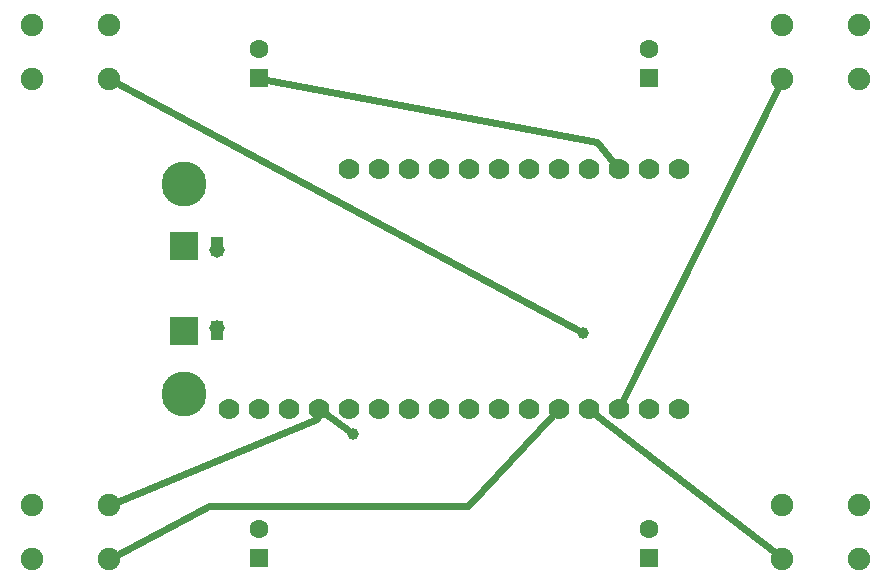
<source format=gbl>
G04 MADE WITH FRITZING*
G04 WWW.FRITZING.ORG*
G04 DOUBLE SIDED*
G04 HOLES PLATED*
G04 CONTOUR ON CENTER OF CONTOUR VECTOR*
%ASAXBY*%
%FSLAX23Y23*%
%MOIN*%
%OFA0B0*%
%SFA1.0B1.0*%
%ADD10C,0.070000*%
%ADD11C,0.095000*%
%ADD12C,0.149999*%
%ADD13C,0.051496*%
%ADD14C,0.062992*%
%ADD15C,0.075000*%
%ADD16C,0.039370*%
%ADD17R,0.095000X0.095000*%
%ADD18R,0.062992X0.062992*%
%ADD19C,0.024000*%
%ADD20R,0.001000X0.001000*%
%LNCOPPER0*%
G90*
G70*
G54D10*
X1644Y1533D03*
X1744Y733D03*
X944Y733D03*
X2444Y1533D03*
G54D11*
X795Y992D03*
G54D10*
X1344Y733D03*
X2144Y733D03*
X2044Y1533D03*
G54D12*
X794Y1483D03*
G54D10*
X1144Y733D03*
X1544Y733D03*
X1944Y733D03*
X2344Y733D03*
X2244Y1533D03*
X1844Y1533D03*
X1444Y1533D03*
G54D13*
X905Y1003D03*
G54D10*
X1044Y733D03*
X1244Y733D03*
X1444Y733D03*
X1644Y733D03*
X1844Y733D03*
X2044Y733D03*
X2244Y733D03*
X2444Y733D03*
X2344Y1533D03*
X2144Y1533D03*
X1944Y1533D03*
X1744Y1533D03*
X1544Y1533D03*
X1344Y1533D03*
G54D12*
X794Y783D03*
G54D13*
X905Y1263D03*
G54D11*
X795Y1275D03*
G54D14*
X1044Y1835D03*
X1044Y1933D03*
X2344Y1835D03*
X2344Y1933D03*
X2344Y235D03*
X2344Y333D03*
X1044Y235D03*
X1044Y333D03*
G54D15*
X544Y233D03*
X289Y233D03*
X544Y411D03*
X289Y411D03*
X3044Y233D03*
X2789Y233D03*
X3044Y411D03*
X2789Y411D03*
X3044Y1833D03*
X2789Y1833D03*
X3044Y2011D03*
X2789Y2011D03*
X544Y1833D03*
X289Y1833D03*
X544Y2011D03*
X289Y2011D03*
G54D16*
X2124Y986D03*
X1356Y650D03*
G54D17*
X795Y992D03*
X795Y1275D03*
G54D18*
X1044Y1835D03*
X2344Y1835D03*
X2344Y235D03*
X1044Y235D03*
G54D19*
X1071Y1830D02*
X2172Y1622D01*
X2172Y1622D02*
X2225Y1557D01*
D02*
X2776Y1808D02*
X2258Y761D01*
D02*
X2766Y251D02*
X2169Y714D01*
D02*
X2023Y711D02*
X1740Y410D01*
X1740Y410D02*
X876Y410D01*
X876Y410D02*
X570Y247D01*
D02*
X570Y1820D02*
X2107Y995D01*
D02*
X1237Y703D02*
X1236Y698D01*
X1236Y698D02*
X571Y421D01*
D02*
X1341Y662D02*
X1269Y715D01*
G54D20*
X884Y1305D02*
X924Y1305D01*
X884Y1304D02*
X925Y1304D01*
X884Y1303D02*
X925Y1303D01*
X884Y1302D02*
X925Y1302D01*
X884Y1301D02*
X925Y1301D01*
X884Y1300D02*
X925Y1300D01*
X884Y1299D02*
X925Y1299D01*
X884Y1298D02*
X925Y1298D01*
X884Y1297D02*
X925Y1297D01*
X884Y1296D02*
X925Y1296D01*
X884Y1295D02*
X925Y1295D01*
X884Y1294D02*
X925Y1294D01*
X884Y1293D02*
X925Y1293D01*
X884Y1292D02*
X925Y1292D01*
X884Y1291D02*
X925Y1291D01*
X884Y1290D02*
X925Y1290D01*
X884Y1289D02*
X925Y1289D01*
X884Y1288D02*
X925Y1288D01*
X884Y1287D02*
X925Y1287D01*
X884Y1286D02*
X925Y1286D01*
X884Y1285D02*
X925Y1285D01*
X884Y1284D02*
X900Y1284D01*
X909Y1284D02*
X925Y1284D01*
X884Y1283D02*
X897Y1283D01*
X912Y1283D02*
X925Y1283D01*
X884Y1282D02*
X894Y1282D01*
X914Y1282D02*
X925Y1282D01*
X884Y1281D02*
X893Y1281D01*
X916Y1281D02*
X925Y1281D01*
X884Y1280D02*
X891Y1280D01*
X917Y1280D02*
X925Y1280D01*
X884Y1279D02*
X890Y1279D01*
X919Y1279D02*
X925Y1279D01*
X884Y1278D02*
X889Y1278D01*
X920Y1278D02*
X925Y1278D01*
X884Y1277D02*
X888Y1277D01*
X921Y1277D02*
X925Y1277D01*
X884Y1276D02*
X887Y1276D01*
X921Y1276D02*
X925Y1276D01*
X884Y1275D02*
X886Y1275D01*
X922Y1275D02*
X925Y1275D01*
X884Y1274D02*
X886Y1274D01*
X923Y1274D02*
X925Y1274D01*
X884Y1273D02*
X885Y1273D01*
X923Y1273D02*
X925Y1273D01*
X884Y1272D02*
X885Y1272D01*
X924Y1272D02*
X925Y1272D01*
X884Y1271D02*
X884Y1271D01*
X924Y1271D02*
X925Y1271D01*
X884Y1270D02*
X884Y1270D01*
X924Y1270D02*
X925Y1270D01*
X884Y1269D02*
X884Y1269D01*
X925Y1269D02*
X925Y1269D01*
X884Y1259D02*
X884Y1259D01*
X925Y1259D02*
X925Y1259D01*
X884Y1258D02*
X884Y1258D01*
X925Y1258D02*
X925Y1258D01*
X884Y1257D02*
X884Y1257D01*
X924Y1257D02*
X925Y1257D01*
X884Y1256D02*
X885Y1256D01*
X924Y1256D02*
X925Y1256D01*
X884Y1255D02*
X885Y1255D01*
X924Y1255D02*
X925Y1255D01*
X884Y1254D02*
X886Y1254D01*
X923Y1254D02*
X925Y1254D01*
X884Y1253D02*
X886Y1253D01*
X923Y1253D02*
X925Y1253D01*
X884Y1252D02*
X887Y1252D01*
X922Y1252D02*
X925Y1252D01*
X884Y1251D02*
X887Y1251D01*
X921Y1251D02*
X925Y1251D01*
X884Y1250D02*
X888Y1250D01*
X920Y1250D02*
X925Y1250D01*
X884Y1249D02*
X889Y1249D01*
X919Y1249D02*
X925Y1249D01*
X884Y1248D02*
X890Y1248D01*
X918Y1248D02*
X925Y1248D01*
X884Y1247D02*
X891Y1247D01*
X917Y1247D02*
X925Y1247D01*
X884Y1246D02*
X893Y1246D01*
X916Y1246D02*
X925Y1246D01*
X884Y1245D02*
X895Y1245D01*
X914Y1245D02*
X925Y1245D01*
X884Y1244D02*
X897Y1244D01*
X911Y1244D02*
X925Y1244D01*
X884Y1243D02*
X899Y1243D01*
X909Y1243D02*
X924Y1243D01*
X884Y1024D02*
X899Y1024D01*
X909Y1024D02*
X925Y1024D01*
X884Y1023D02*
X896Y1023D01*
X913Y1023D02*
X925Y1023D01*
X884Y1022D02*
X894Y1022D01*
X915Y1022D02*
X925Y1022D01*
X884Y1021D02*
X892Y1021D01*
X916Y1021D02*
X925Y1021D01*
X884Y1020D02*
X891Y1020D01*
X918Y1020D02*
X925Y1020D01*
X884Y1019D02*
X890Y1019D01*
X919Y1019D02*
X925Y1019D01*
X884Y1018D02*
X889Y1018D01*
X920Y1018D02*
X925Y1018D01*
X884Y1017D02*
X888Y1017D01*
X921Y1017D02*
X925Y1017D01*
X884Y1016D02*
X887Y1016D01*
X922Y1016D02*
X925Y1016D01*
X884Y1015D02*
X886Y1015D01*
X922Y1015D02*
X925Y1015D01*
X884Y1014D02*
X886Y1014D01*
X923Y1014D02*
X925Y1014D01*
X884Y1013D02*
X885Y1013D01*
X923Y1013D02*
X925Y1013D01*
X884Y1012D02*
X885Y1012D01*
X924Y1012D02*
X925Y1012D01*
X884Y1011D02*
X884Y1011D01*
X924Y1011D02*
X925Y1011D01*
X884Y1010D02*
X884Y1010D01*
X924Y1010D02*
X925Y1010D01*
X884Y1009D02*
X884Y1009D01*
X925Y1009D02*
X925Y1009D01*
X884Y999D02*
X884Y999D01*
X925Y999D02*
X925Y999D01*
X884Y998D02*
X884Y998D01*
X925Y998D02*
X925Y998D01*
X884Y997D02*
X884Y997D01*
X924Y997D02*
X925Y997D01*
X884Y996D02*
X885Y996D01*
X924Y996D02*
X925Y996D01*
X884Y995D02*
X885Y995D01*
X924Y995D02*
X925Y995D01*
X884Y994D02*
X886Y994D01*
X923Y994D02*
X925Y994D01*
X884Y993D02*
X886Y993D01*
X922Y993D02*
X925Y993D01*
X884Y992D02*
X887Y992D01*
X922Y992D02*
X925Y992D01*
X884Y991D02*
X888Y991D01*
X921Y991D02*
X925Y991D01*
X884Y990D02*
X888Y990D01*
X920Y990D02*
X925Y990D01*
X884Y989D02*
X889Y989D01*
X919Y989D02*
X925Y989D01*
X884Y988D02*
X891Y988D01*
X918Y988D02*
X925Y988D01*
X884Y987D02*
X892Y987D01*
X917Y987D02*
X925Y987D01*
X884Y986D02*
X893Y986D01*
X915Y986D02*
X925Y986D01*
X884Y985D02*
X895Y985D01*
X913Y985D02*
X925Y985D01*
X884Y984D02*
X898Y984D01*
X911Y984D02*
X925Y984D01*
X884Y983D02*
X925Y983D01*
X884Y982D02*
X925Y982D01*
X884Y981D02*
X925Y981D01*
X884Y980D02*
X925Y980D01*
X884Y979D02*
X925Y979D01*
X884Y978D02*
X925Y978D01*
X884Y977D02*
X925Y977D01*
X884Y976D02*
X925Y976D01*
X884Y975D02*
X925Y975D01*
X884Y974D02*
X925Y974D01*
X884Y973D02*
X925Y973D01*
X884Y972D02*
X925Y972D01*
X884Y971D02*
X925Y971D01*
X884Y970D02*
X925Y970D01*
X884Y969D02*
X925Y969D01*
X884Y968D02*
X925Y968D01*
X884Y967D02*
X925Y967D01*
X884Y966D02*
X925Y966D01*
X884Y965D02*
X925Y965D01*
X884Y964D02*
X925Y964D01*
X884Y963D02*
X925Y963D01*
D02*
G04 End of Copper0*
M02*
</source>
